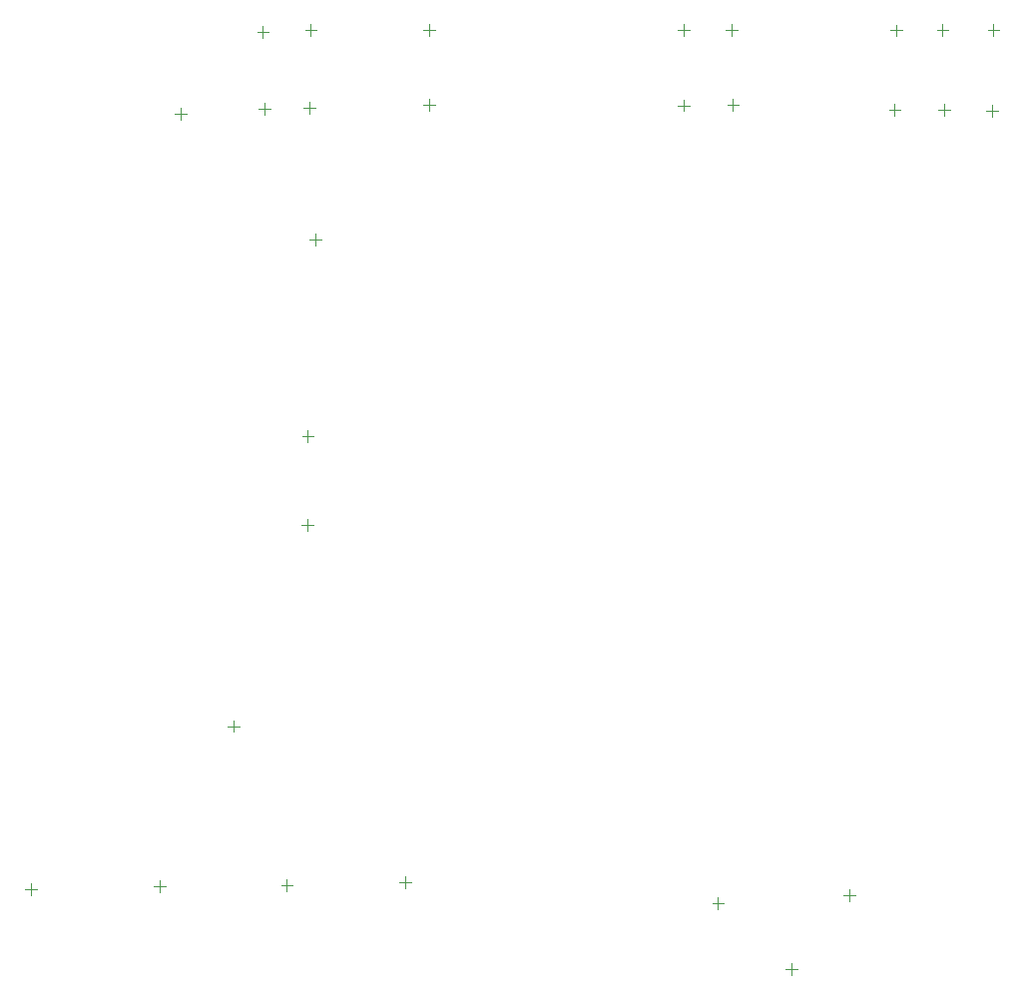
<source format=gbr>
%TF.GenerationSoftware,Altium Limited,Altium Designer,24.1.2 (44)*%
G04 Layer_Color=0*
%FSLAX45Y45*%
%MOMM*%
%TF.SameCoordinates,E01E6690-4C2E-4FB1-AE08-5A5A66155338*%
%TF.FilePolarity,Positive*%
%TF.FileFunction,Other,Top_Component_Center*%
%TF.Part,Single*%
G01*
G75*
%TA.AperFunction,NonConductor*%
%ADD50C,0.10000*%
D50*
X7292411Y6160699D02*
X7392411D01*
X7342414Y6110702D02*
Y6210701D01*
X8954303Y12065000D02*
X9054302D01*
X9004300Y12015003D02*
Y12115002D01*
X7951003Y12065000D02*
X8051002D01*
X8001000Y12015003D02*
Y12115002D01*
X7938303Y11404600D02*
X8038302D01*
X7988300Y11354603D02*
Y11454602D01*
X8954303Y11430000D02*
X9054302D01*
X9004300Y11380003D02*
Y11480002D01*
X11113303Y11426302D02*
X11213302D01*
X11163300Y11376299D02*
Y11476299D01*
X11532403Y11430000D02*
X11632402D01*
X11582400Y11380003D02*
Y11480002D01*
X13323103Y11391900D02*
X13423102D01*
X13373100Y11341903D02*
Y11441902D01*
X13729503Y11379200D02*
X13829501D01*
X13779500Y11329203D02*
Y11429202D01*
X13742203Y12065000D02*
X13842203D01*
X13792200Y12015003D02*
Y12115002D01*
X12916702Y12062201D02*
X13016702D01*
X12966701Y12012198D02*
Y12112198D01*
X13310403Y12067799D02*
X13410402D01*
X13360400Y12017802D02*
Y12117802D01*
X12904002Y11391900D02*
X13004002D01*
X12953999Y11341903D02*
Y11441902D01*
X7557303Y11395598D02*
X7657302D01*
X7607300Y11345601D02*
Y11445601D01*
X7544603Y12052300D02*
X7644602D01*
X7594600Y12002303D02*
Y12102302D01*
X12027703Y4102100D02*
X12127702D01*
X12077700Y4052103D02*
Y4152102D01*
X7921798Y7869702D02*
X8021798D01*
X7971800Y7819700D02*
Y7919700D01*
X11519703Y12067799D02*
X11619702D01*
X11569700Y12017802D02*
Y12117802D01*
X11113303Y12067799D02*
X11213302D01*
X11163300Y12017802D02*
Y12117802D01*
X7797800Y4763303D02*
Y4863302D01*
X7747803Y4813300D02*
X7847802D01*
X6896100Y11303803D02*
Y11403802D01*
X6846103Y11353800D02*
X6946102D01*
X8801100Y4788703D02*
Y4888702D01*
X8751103Y4838700D02*
X8851102D01*
X6718300Y4750603D02*
Y4850602D01*
X6668303Y4800600D02*
X6768302D01*
X5626100Y4729099D02*
Y4829099D01*
X5576103Y4779101D02*
X5676102D01*
X8039100Y10237003D02*
Y10337002D01*
X7989103Y10287000D02*
X8089102D01*
X11405403Y4658700D02*
X11505402D01*
X11455400Y4608698D02*
Y4708698D01*
X12566848Y4674403D02*
Y4774402D01*
X12516846Y4724400D02*
X12616845D01*
X7925603Y8623300D02*
X8025602D01*
X7975600Y8573303D02*
Y8673302D01*
%TF.MD5,9546ddfc934070ea6448189567629897*%
M02*

</source>
